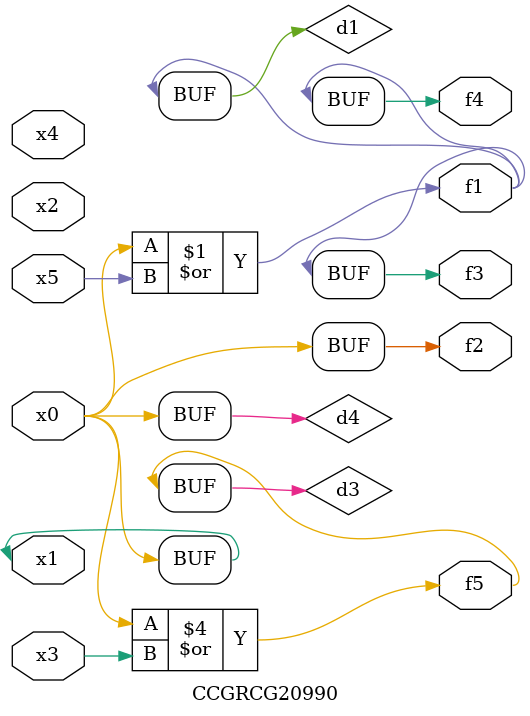
<source format=v>
module CCGRCG20990(
	input x0, x1, x2, x3, x4, x5,
	output f1, f2, f3, f4, f5
);

	wire d1, d2, d3, d4;

	or (d1, x0, x5);
	xnor (d2, x1, x4);
	or (d3, x0, x3);
	buf (d4, x0, x1);
	assign f1 = d1;
	assign f2 = d4;
	assign f3 = d1;
	assign f4 = d1;
	assign f5 = d3;
endmodule

</source>
